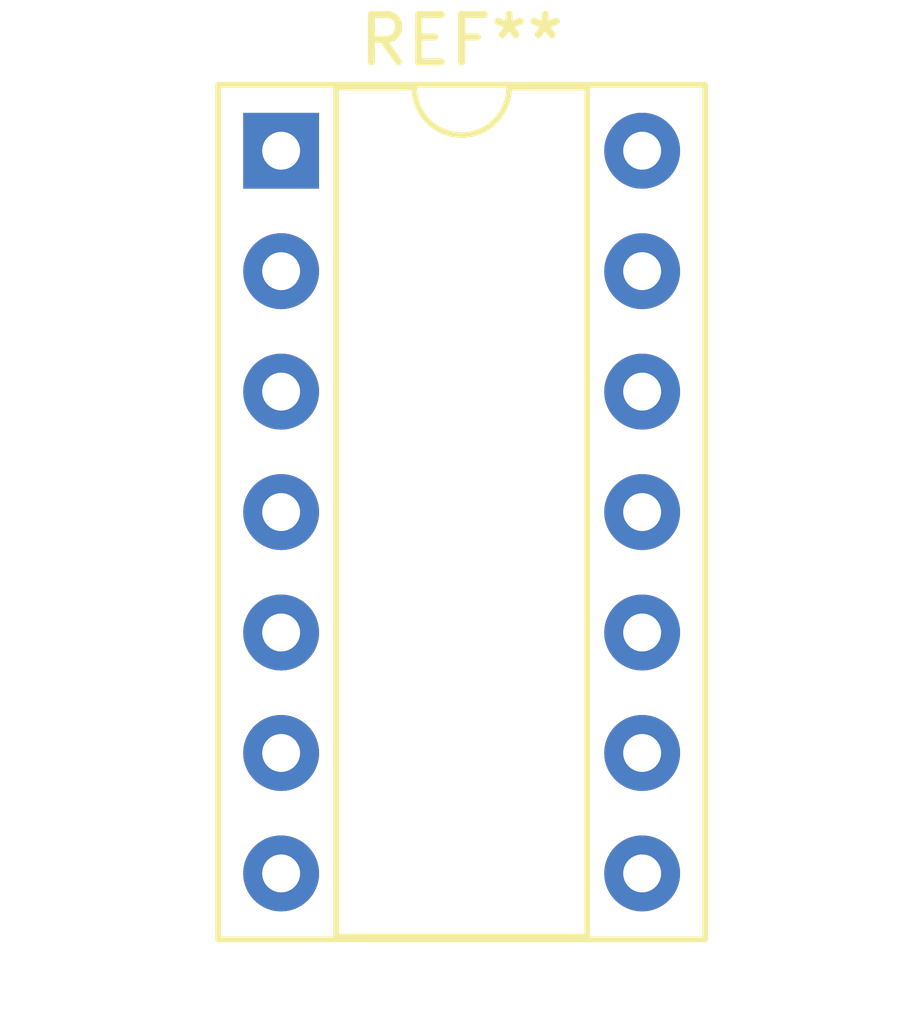
<source format=kicad_pcb>
(kicad_pcb (version 20211014) (generator pcbnew)
  (layers (0 "F.Cu" signal) (31 "B.Cu" signal) (34 "B.Paste" user) (35 "F.Paste" user) (36 "B.SilkS" user "B.Silkscreen") (37 "F.SilkS" user "F.Silkscreen") (38 "B.Mask" user) (39 "F.Mask" user) (44 "Edge.Cuts" user))
  (net 0 "")
  (footprint "Package_DIP:DIP-14_W7.62mm_Socket" (layer "F.Cu") (at 83.82 38.1)
    (fp_text reference "REF**" (at 3.81 -2.33) (layer "F.SilkS"))
    (fp_text value "DIP-14_W7.62mm_Socket")
    (fp_line (start 1.16 16.57) (end 6.46 16.57) (layer "F.SilkS") (width 0.12))
    (fp_line (start 1.16 -1.33) (end 1.16 16.57) (layer "F.SilkS") (width 0.12))
    (fp_line (start 6.46 -1.33) (end 4.81 -1.33) (layer "F.SilkS") (width 0.12))
    (fp_line (start 2.81 -1.33) (end 1.16 -1.33) (layer "F.SilkS") (width 0.12))
    (fp_line (start 6.46 16.57) (end 6.46 -1.33) (layer "F.SilkS") (width 0.12))
    (fp_line (start -1.33 16.63) (end 8.95 16.63) (layer "F.SilkS") (width 0.12))
    (fp_line (start 8.95 16.63) (end 8.95 -1.39) (layer "F.SilkS") (width 0.12))
    (fp_line (start 8.95 -1.39) (end -1.33 -1.39) (layer "F.SilkS") (width 0.12))
    (fp_line (start -1.33 -1.39) (end -1.33 16.63) (layer "F.SilkS") (width 0.12))
    (fp_arc (start 4.81 -1.33) (mid 3.81 -0.33) (end 2.81 -1.33) (layer "F.SilkS") (width 0.12))
    (pad "1" thru_hole rect (at 0 0) (size 1.6 1.6) (drill 0.8) (layers *.Cu *.Mask))
    (pad "2" thru_hole oval (at 0 2.54) (size 1.6 1.6) (drill 0.8) (layers *.Cu *.Mask))
    (pad "3" thru_hole oval (at 0 5.08) (size 1.6 1.6) (drill 0.8) (layers *.Cu *.Mask))
    (pad "4" thru_hole oval (at 0 7.62) (size 1.6 1.6) (drill 0.8) (layers *.Cu *.Mask))
    (pad "5" thru_hole oval (at 0 10.16) (size 1.6 1.6) (drill 0.8) (layers *.Cu *.Mask))
    (pad "6" thru_hole oval (at 0 12.7) (size 1.6 1.6) (drill 0.8) (layers *.Cu *.Mask))
    (pad "7" thru_hole oval (at 0 15.24) (size 1.6 1.6) (drill 0.8) (layers *.Cu *.Mask))
    (pad "8" thru_hole oval (at 7.62 15.24) (size 1.6 1.6) (drill 0.8) (layers *.Cu *.Mask))
    (pad "9" thru_hole oval (at 7.62 12.7) (size 1.6 1.6) (drill 0.8) (layers *.Cu *.Mask))
    (pad "10" thru_hole oval (at 7.62 10.16) (size 1.6 1.6) (drill 0.8) (layers *.Cu *.Mask))
    (pad "11" thru_hole oval (at 7.62 7.62) (size 1.6 1.6) (drill 0.8) (layers *.Cu *.Mask))
    (pad "12" thru_hole oval (at 7.62 5.08) (size 1.6 1.6) (drill 0.8) (layers *.Cu *.Mask))
    (pad "13" thru_hole oval (at 7.62 2.54) (size 1.6 1.6) (drill 0.8) (layers *.Cu *.Mask))
    (pad "14" thru_hole oval (at 7.62 0) (size 1.6 1.6) (drill 0.8) (layers *.Cu *.Mask))
  )
)
</source>
